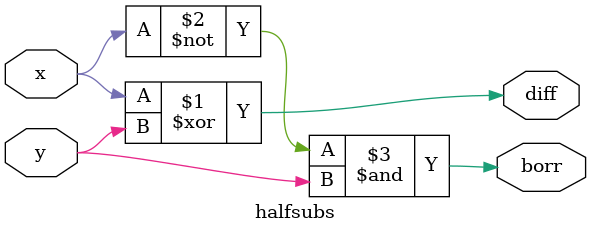
<source format=v>
/* 
    DIFFERENCE = X XOR Y
    BORROW = ~X AND Y
*/


module halfsubs(x, y, diff, borr);
    
    input x, y;
    output diff, borr;

    assign diff = x ^ y;
    assign borr = ~x & y;

endmodule
</source>
